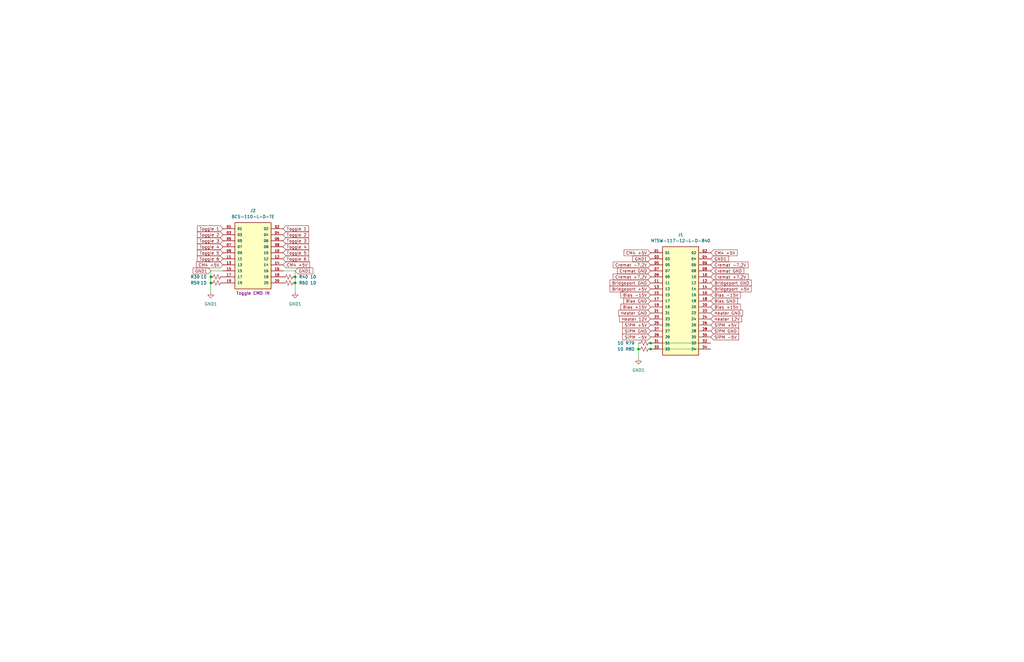
<source format=kicad_sch>
(kicad_sch
	(version 20250114)
	(generator "eeschema")
	(generator_version "9.0")
	(uuid "d013fb19-5d77-46c0-a784-7b14e5402459")
	(paper "B")
	(title_block
		(title "IMPISH POWER SUPPLY TOGGLES BOARD")
		(rev "-")
		(company "SOUTHWEST RESEARCH INSTITUTE")
	)
	(lib_symbols
		(symbol "Device:R_Small_US"
			(pin_numbers
				(hide yes)
			)
			(pin_names
				(offset 0.254)
				(hide yes)
			)
			(exclude_from_sim no)
			(in_bom yes)
			(on_board yes)
			(property "Reference" "R"
				(at 0.762 0.508 0)
				(effects
					(font
						(size 1.27 1.27)
					)
					(justify left)
				)
			)
			(property "Value" "R_Small_US"
				(at 0.762 -1.016 0)
				(effects
					(font
						(size 1.27 1.27)
					)
					(justify left)
				)
			)
			(property "Footprint" ""
				(at 0 0 0)
				(effects
					(font
						(size 1.27 1.27)
					)
					(hide yes)
				)
			)
			(property "Datasheet" "~"
				(at 0 0 0)
				(effects
					(font
						(size 1.27 1.27)
					)
					(hide yes)
				)
			)
			(property "Description" "Resistor, small US symbol"
				(at 0 0 0)
				(effects
					(font
						(size 1.27 1.27)
					)
					(hide yes)
				)
			)
			(property "ki_keywords" "r resistor"
				(at 0 0 0)
				(effects
					(font
						(size 1.27 1.27)
					)
					(hide yes)
				)
			)
			(property "ki_fp_filters" "R_*"
				(at 0 0 0)
				(effects
					(font
						(size 1.27 1.27)
					)
					(hide yes)
				)
			)
			(symbol "R_Small_US_1_1"
				(polyline
					(pts
						(xy 0 1.524) (xy 1.016 1.143) (xy 0 0.762) (xy -1.016 0.381) (xy 0 0)
					)
					(stroke
						(width 0)
						(type default)
					)
					(fill
						(type none)
					)
				)
				(polyline
					(pts
						(xy 0 0) (xy 1.016 -0.381) (xy 0 -0.762) (xy -1.016 -1.143) (xy 0 -1.524)
					)
					(stroke
						(width 0)
						(type default)
					)
					(fill
						(type none)
					)
				)
				(pin passive line
					(at 0 2.54 270)
					(length 1.016)
					(name "~"
						(effects
							(font
								(size 1.27 1.27)
							)
						)
					)
					(number "1"
						(effects
							(font
								(size 1.27 1.27)
							)
						)
					)
				)
				(pin passive line
					(at 0 -2.54 90)
					(length 1.016)
					(name "~"
						(effects
							(font
								(size 1.27 1.27)
							)
						)
					)
					(number "2"
						(effects
							(font
								(size 1.27 1.27)
							)
						)
					)
				)
			)
			(embedded_fonts no)
		)
		(symbol "IMPISH Toggles Library:BCS-110-L-D-TE"
			(pin_names
				(offset 1.016)
			)
			(exclude_from_sim no)
			(in_bom yes)
			(on_board yes)
			(property "Reference" "J"
				(at -8.12 15.24 0)
				(effects
					(font
						(size 1.27 1.27)
					)
					(justify left bottom)
				)
			)
			(property "Value" "BCS-110-L-D-TE"
				(at -7.62 -15.24 0)
				(effects
					(font
						(size 1.27 1.27)
					)
					(justify left bottom)
				)
			)
			(property "Footprint" "IMPISH Toggles Library:SAMTEC_BCS-110-L-D-TE"
				(at 0 -19.304 0)
				(effects
					(font
						(size 1.27 1.27)
					)
					(justify bottom)
					(hide yes)
				)
			)
			(property "Datasheet" ""
				(at 0 0 0)
				(effects
					(font
						(size 1.27 1.27)
					)
					(hide yes)
				)
			)
			(property "Description" ""
				(at 0 0 0)
				(effects
					(font
						(size 1.27 1.27)
					)
					(hide yes)
				)
			)
			(property "PARTREV" "R"
				(at 0 -22.606 0)
				(effects
					(font
						(size 1.27 1.27)
					)
					(justify bottom)
					(hide yes)
				)
			)
			(property "MANUFACTURER" "Samtec"
				(at 0 -20.828 0)
				(effects
					(font
						(size 1.27 1.27)
					)
					(justify bottom)
					(hide yes)
				)
			)
			(property "STANDARD" "Manufacturer Recommendations"
				(at 0 -17.526 0)
				(effects
					(font
						(size 1.27 1.27)
					)
					(justify bottom)
					(hide yes)
				)
			)
			(symbol "BCS-110-L-D-TE_0_0"
				(rectangle
					(start -7.62 -12.7)
					(end 7.62 15.24)
					(stroke
						(width 0.254)
						(type default)
					)
					(fill
						(type background)
					)
				)
				(pin passive line
					(at -12.7 12.7 0)
					(length 5.08)
					(name "01"
						(effects
							(font
								(size 1.016 1.016)
							)
						)
					)
					(number "01"
						(effects
							(font
								(size 1.016 1.016)
							)
						)
					)
				)
				(pin passive line
					(at -12.7 10.16 0)
					(length 5.08)
					(name "03"
						(effects
							(font
								(size 1.016 1.016)
							)
						)
					)
					(number "03"
						(effects
							(font
								(size 1.016 1.016)
							)
						)
					)
				)
				(pin passive line
					(at -12.7 7.62 0)
					(length 5.08)
					(name "05"
						(effects
							(font
								(size 1.016 1.016)
							)
						)
					)
					(number "05"
						(effects
							(font
								(size 1.016 1.016)
							)
						)
					)
				)
				(pin passive line
					(at -12.7 5.08 0)
					(length 5.08)
					(name "07"
						(effects
							(font
								(size 1.016 1.016)
							)
						)
					)
					(number "07"
						(effects
							(font
								(size 1.016 1.016)
							)
						)
					)
				)
				(pin passive line
					(at -12.7 2.54 0)
					(length 5.08)
					(name "09"
						(effects
							(font
								(size 1.016 1.016)
							)
						)
					)
					(number "09"
						(effects
							(font
								(size 1.016 1.016)
							)
						)
					)
				)
				(pin passive line
					(at -12.7 0 0)
					(length 5.08)
					(name "11"
						(effects
							(font
								(size 1.016 1.016)
							)
						)
					)
					(number "11"
						(effects
							(font
								(size 1.016 1.016)
							)
						)
					)
				)
				(pin passive line
					(at -12.7 -2.54 0)
					(length 5.08)
					(name "13"
						(effects
							(font
								(size 1.016 1.016)
							)
						)
					)
					(number "13"
						(effects
							(font
								(size 1.016 1.016)
							)
						)
					)
				)
				(pin passive line
					(at -12.7 -5.08 0)
					(length 5.08)
					(name "15"
						(effects
							(font
								(size 1.016 1.016)
							)
						)
					)
					(number "15"
						(effects
							(font
								(size 1.016 1.016)
							)
						)
					)
				)
				(pin passive line
					(at -12.7 -7.62 0)
					(length 5.08)
					(name "17"
						(effects
							(font
								(size 1.016 1.016)
							)
						)
					)
					(number "17"
						(effects
							(font
								(size 1.016 1.016)
							)
						)
					)
				)
				(pin passive line
					(at -12.7 -10.16 0)
					(length 5.08)
					(name "19"
						(effects
							(font
								(size 1.016 1.016)
							)
						)
					)
					(number "19"
						(effects
							(font
								(size 1.016 1.016)
							)
						)
					)
				)
				(pin passive line
					(at 12.7 12.7 180)
					(length 5.08)
					(name "02"
						(effects
							(font
								(size 1.016 1.016)
							)
						)
					)
					(number "02"
						(effects
							(font
								(size 1.016 1.016)
							)
						)
					)
				)
				(pin passive line
					(at 12.7 10.16 180)
					(length 5.08)
					(name "04"
						(effects
							(font
								(size 1.016 1.016)
							)
						)
					)
					(number "04"
						(effects
							(font
								(size 1.016 1.016)
							)
						)
					)
				)
				(pin passive line
					(at 12.7 7.62 180)
					(length 5.08)
					(name "06"
						(effects
							(font
								(size 1.016 1.016)
							)
						)
					)
					(number "06"
						(effects
							(font
								(size 1.016 1.016)
							)
						)
					)
				)
				(pin passive line
					(at 12.7 5.08 180)
					(length 5.08)
					(name "08"
						(effects
							(font
								(size 1.016 1.016)
							)
						)
					)
					(number "08"
						(effects
							(font
								(size 1.016 1.016)
							)
						)
					)
				)
				(pin passive line
					(at 12.7 2.54 180)
					(length 5.08)
					(name "10"
						(effects
							(font
								(size 1.016 1.016)
							)
						)
					)
					(number "10"
						(effects
							(font
								(size 1.016 1.016)
							)
						)
					)
				)
				(pin passive line
					(at 12.7 0 180)
					(length 5.08)
					(name "12"
						(effects
							(font
								(size 1.016 1.016)
							)
						)
					)
					(number "12"
						(effects
							(font
								(size 1.016 1.016)
							)
						)
					)
				)
				(pin passive line
					(at 12.7 -2.54 180)
					(length 5.08)
					(name "14"
						(effects
							(font
								(size 1.016 1.016)
							)
						)
					)
					(number "14"
						(effects
							(font
								(size 1.016 1.016)
							)
						)
					)
				)
				(pin passive line
					(at 12.7 -5.08 180)
					(length 5.08)
					(name "16"
						(effects
							(font
								(size 1.016 1.016)
							)
						)
					)
					(number "16"
						(effects
							(font
								(size 1.016 1.016)
							)
						)
					)
				)
				(pin passive line
					(at 12.7 -7.62 180)
					(length 5.08)
					(name "18"
						(effects
							(font
								(size 1.016 1.016)
							)
						)
					)
					(number "18"
						(effects
							(font
								(size 1.016 1.016)
							)
						)
					)
				)
				(pin passive line
					(at 12.7 -10.16 180)
					(length 5.08)
					(name "20"
						(effects
							(font
								(size 1.016 1.016)
							)
						)
					)
					(number "20"
						(effects
							(font
								(size 1.016 1.016)
							)
						)
					)
				)
			)
			(embedded_fonts no)
		)
		(symbol "IMPISH Toggles Library:MTSW-117-X-X-D-X"
			(pin_names
				(offset 1.016)
			)
			(exclude_from_sim no)
			(in_bom yes)
			(on_board yes)
			(property "Reference" "J1"
				(at 0 27.94 0)
				(effects
					(font
						(size 1.27 1.27)
					)
				)
			)
			(property "Value" "MTSW-117-12-L-D-840"
				(at 0 25.4 0)
				(effects
					(font
						(size 1.27 1.27)
					)
				)
			)
			(property "Footprint" "IMPISH Toggles Library:SAMTEC_MTSW-117-X-X-D-X"
				(at 0.254 -26.416 0)
				(effects
					(font
						(size 1.27 1.27)
					)
					(justify bottom)
					(hide yes)
				)
			)
			(property "Datasheet" ""
				(at 0 0 0)
				(effects
					(font
						(size 1.27 1.27)
					)
					(hide yes)
				)
			)
			(property "Description" ""
				(at 0 0 0)
				(effects
					(font
						(size 1.27 1.27)
					)
					(hide yes)
				)
			)
			(property "PARTREV" "A"
				(at 0 -36.068 0)
				(effects
					(font
						(size 1.27 1.27)
					)
					(justify bottom)
					(hide yes)
				)
			)
			(property "STANDARD" "Manufacturer Recommendations"
				(at 0 -32.258 0)
				(effects
					(font
						(size 1.27 1.27)
					)
					(justify bottom)
					(hide yes)
				)
			)
			(property "MANUFACTURER" "Samtec"
				(at 0 -34.036 0)
				(effects
					(font
						(size 1.27 1.27)
					)
					(justify bottom)
					(hide yes)
				)
			)
			(property "PN" "MTSW-117-12-L-D-840"
				(at 0 -28.448 0)
				(effects
					(font
						(size 1.27 1.27)
					)
					(hide yes)
				)
			)
			(property "ki_keywords" "Samtec MTSW"
				(at 0 0 0)
				(effects
					(font
						(size 1.27 1.27)
					)
					(hide yes)
				)
			)
			(symbol "MTSW-117-X-X-D-X_0_0"
				(rectangle
					(start -7.62 -22.86)
					(end 7.62 22.86)
					(stroke
						(width 0.254)
						(type default)
					)
					(fill
						(type background)
					)
				)
				(pin passive line
					(at -12.7 7.62 0)
					(length 5.08)
					(name "11"
						(effects
							(font
								(size 1.016 1.016)
							)
						)
					)
					(number "11"
						(effects
							(font
								(size 1.016 1.016)
							)
						)
					)
				)
				(pin passive line
					(at -12.7 0 0)
					(length 5.08)
					(name "17"
						(effects
							(font
								(size 1.016 1.016)
							)
						)
					)
					(number "17"
						(effects
							(font
								(size 1.016 1.016)
							)
						)
					)
				)
				(pin passive line
					(at -12.7 -5.08 0)
					(length 5.08)
					(name "21"
						(effects
							(font
								(size 1.016 1.016)
							)
						)
					)
					(number "21"
						(effects
							(font
								(size 1.016 1.016)
							)
						)
					)
				)
				(pin passive line
					(at -12.7 -12.7 0)
					(length 5.08)
					(name "27"
						(effects
							(font
								(size 1.016 1.016)
							)
						)
					)
					(number "27"
						(effects
							(font
								(size 1.016 1.016)
							)
						)
					)
				)
				(pin passive line
					(at -12.7 -17.78 0)
					(length 5.08)
					(name "31"
						(effects
							(font
								(size 1.016 1.016)
							)
						)
					)
					(number "31"
						(effects
							(font
								(size 1.016 1.016)
							)
						)
					)
				)
				(pin passive line
					(at -12.7 -20.32 0)
					(length 5.08)
					(name "33"
						(effects
							(font
								(size 1.016 1.016)
							)
						)
					)
					(number "33"
						(effects
							(font
								(size 1.016 1.016)
							)
						)
					)
				)
				(pin passive line
					(at 12.7 20.32 180)
					(length 5.08)
					(name "02"
						(effects
							(font
								(size 1.016 1.016)
							)
						)
					)
					(number "02"
						(effects
							(font
								(size 1.016 1.016)
							)
						)
					)
				)
				(pin passive line
					(at 12.7 17.78 180)
					(length 5.08)
					(name "04"
						(effects
							(font
								(size 1.016 1.016)
							)
						)
					)
					(number "04"
						(effects
							(font
								(size 1.016 1.016)
							)
						)
					)
				)
				(pin passive line
					(at 12.7 15.24 180)
					(length 5.08)
					(name "06"
						(effects
							(font
								(size 1.016 1.016)
							)
						)
					)
					(number "06"
						(effects
							(font
								(size 1.016 1.016)
							)
						)
					)
				)
				(pin passive line
					(at 12.7 12.7 180)
					(length 5.08)
					(name "08"
						(effects
							(font
								(size 1.016 1.016)
							)
						)
					)
					(number "08"
						(effects
							(font
								(size 1.016 1.016)
							)
						)
					)
				)
				(pin passive line
					(at 12.7 10.16 180)
					(length 5.08)
					(name "10"
						(effects
							(font
								(size 1.016 1.016)
							)
						)
					)
					(number "10"
						(effects
							(font
								(size 1.016 1.016)
							)
						)
					)
				)
				(pin passive line
					(at 12.7 7.62 180)
					(length 5.08)
					(name "12"
						(effects
							(font
								(size 1.016 1.016)
							)
						)
					)
					(number "12"
						(effects
							(font
								(size 1.016 1.016)
							)
						)
					)
				)
				(pin passive line
					(at 12.7 5.08 180)
					(length 5.08)
					(name "14"
						(effects
							(font
								(size 1.016 1.016)
							)
						)
					)
					(number "14"
						(effects
							(font
								(size 1.016 1.016)
							)
						)
					)
				)
				(pin passive line
					(at 12.7 2.54 180)
					(length 5.08)
					(name "16"
						(effects
							(font
								(size 1.016 1.016)
							)
						)
					)
					(number "16"
						(effects
							(font
								(size 1.016 1.016)
							)
						)
					)
				)
				(pin passive line
					(at 12.7 0 180)
					(length 5.08)
					(name "18"
						(effects
							(font
								(size 1.016 1.016)
							)
						)
					)
					(number "18"
						(effects
							(font
								(size 1.016 1.016)
							)
						)
					)
				)
				(pin passive line
					(at 12.7 -2.54 180)
					(length 5.08)
					(name "20"
						(effects
							(font
								(size 1.016 1.016)
							)
						)
					)
					(number "20"
						(effects
							(font
								(size 1.016 1.016)
							)
						)
					)
				)
				(pin passive line
					(at 12.7 -5.08 180)
					(length 5.08)
					(name "22"
						(effects
							(font
								(size 1.016 1.016)
							)
						)
					)
					(number "22"
						(effects
							(font
								(size 1.016 1.016)
							)
						)
					)
				)
				(pin passive line
					(at 12.7 -7.62 180)
					(length 5.08)
					(name "24"
						(effects
							(font
								(size 1.016 1.016)
							)
						)
					)
					(number "24"
						(effects
							(font
								(size 1.016 1.016)
							)
						)
					)
				)
				(pin passive line
					(at 12.7 -12.7 180)
					(length 5.08)
					(name "28"
						(effects
							(font
								(size 1.016 1.016)
							)
						)
					)
					(number "28"
						(effects
							(font
								(size 1.016 1.016)
							)
						)
					)
				)
				(pin passive line
					(at 12.7 -15.24 180)
					(length 5.08)
					(name "30"
						(effects
							(font
								(size 1.016 1.016)
							)
						)
					)
					(number "30"
						(effects
							(font
								(size 1.016 1.016)
							)
						)
					)
				)
				(pin passive line
					(at 12.7 -17.78 180)
					(length 5.08)
					(name "32"
						(effects
							(font
								(size 1.016 1.016)
							)
						)
					)
					(number "32"
						(effects
							(font
								(size 1.016 1.016)
							)
						)
					)
				)
				(pin passive line
					(at 12.7 -20.32 180)
					(length 5.08)
					(name "34"
						(effects
							(font
								(size 1.016 1.016)
							)
						)
					)
					(number "34"
						(effects
							(font
								(size 1.016 1.016)
							)
						)
					)
				)
			)
			(symbol "MTSW-117-X-X-D-X_1_0"
				(pin power_out line
					(at -12.7 20.32 0)
					(length 5.08)
					(name "01"
						(effects
							(font
								(size 1.016 1.016)
							)
						)
					)
					(number "01"
						(effects
							(font
								(size 1.016 1.016)
							)
						)
					)
				)
				(pin power_out line
					(at -12.7 17.78 0)
					(length 5.08)
					(name "03"
						(effects
							(font
								(size 1.016 1.016)
							)
						)
					)
					(number "03"
						(effects
							(font
								(size 1.016 1.016)
							)
						)
					)
				)
				(pin power_out line
					(at -12.7 15.24 0)
					(length 5.08)
					(name "05"
						(effects
							(font
								(size 1.016 1.016)
							)
						)
					)
					(number "05"
						(effects
							(font
								(size 1.016 1.016)
							)
						)
					)
				)
				(pin passive line
					(at -12.7 12.7 0)
					(length 5.08)
					(name "07"
						(effects
							(font
								(size 1.016 1.016)
							)
						)
					)
					(number "07"
						(effects
							(font
								(size 1.016 1.016)
							)
						)
					)
				)
				(pin power_out line
					(at -12.7 10.16 0)
					(length 5.08)
					(name "09"
						(effects
							(font
								(size 1.016 1.016)
							)
						)
					)
					(number "09"
						(effects
							(font
								(size 1.016 1.016)
							)
						)
					)
				)
				(pin power_out line
					(at -12.7 5.08 0)
					(length 5.08)
					(name "13"
						(effects
							(font
								(size 1.016 1.016)
							)
						)
					)
					(number "13"
						(effects
							(font
								(size 1.016 1.016)
							)
						)
					)
				)
				(pin power_out line
					(at -12.7 2.54 0)
					(length 5.08)
					(name "15"
						(effects
							(font
								(size 1.016 1.016)
							)
						)
					)
					(number "15"
						(effects
							(font
								(size 1.016 1.016)
							)
						)
					)
				)
				(pin power_out line
					(at -12.7 -2.54 0)
					(length 5.08)
					(name "19"
						(effects
							(font
								(size 1.016 1.016)
							)
						)
					)
					(number "19"
						(effects
							(font
								(size 1.016 1.016)
							)
						)
					)
				)
				(pin power_out line
					(at -12.7 -7.62 0)
					(length 5.08)
					(name "23"
						(effects
							(font
								(size 1.016 1.016)
							)
						)
					)
					(number "23"
						(effects
							(font
								(size 1.016 1.016)
							)
						)
					)
				)
				(pin power_out line
					(at -12.7 -10.16 0)
					(length 5.08)
					(name "25"
						(effects
							(font
								(size 1.016 1.016)
							)
						)
					)
					(number "25"
						(effects
							(font
								(size 1.016 1.016)
							)
						)
					)
				)
				(pin power_out line
					(at -12.7 -15.24 0)
					(length 5.08)
					(name "29"
						(effects
							(font
								(size 1.016 1.016)
							)
						)
					)
					(number "29"
						(effects
							(font
								(size 1.016 1.016)
							)
						)
					)
				)
				(pin passive line
					(at 12.7 -10.16 180)
					(length 5.08)
					(name "26"
						(effects
							(font
								(size 1.016 1.016)
							)
						)
					)
					(number "26"
						(effects
							(font
								(size 1.016 1.016)
							)
						)
					)
				)
			)
			(embedded_fonts no)
		)
		(symbol "power:GND1"
			(power)
			(pin_numbers
				(hide yes)
			)
			(pin_names
				(offset 0)
				(hide yes)
			)
			(exclude_from_sim no)
			(in_bom yes)
			(on_board yes)
			(property "Reference" "#PWR"
				(at 0 -6.35 0)
				(effects
					(font
						(size 1.27 1.27)
					)
					(hide yes)
				)
			)
			(property "Value" "GND1"
				(at 0 -3.81 0)
				(effects
					(font
						(size 1.27 1.27)
					)
				)
			)
			(property "Footprint" ""
				(at 0 0 0)
				(effects
					(font
						(size 1.27 1.27)
					)
					(hide yes)
				)
			)
			(property "Datasheet" ""
				(at 0 0 0)
				(effects
					(font
						(size 1.27 1.27)
					)
					(hide yes)
				)
			)
			(property "Description" "Power symbol creates a global label with name \"GND1\" , ground"
				(at 0 0 0)
				(effects
					(font
						(size 1.27 1.27)
					)
					(hide yes)
				)
			)
			(property "ki_keywords" "global power"
				(at 0 0 0)
				(effects
					(font
						(size 1.27 1.27)
					)
					(hide yes)
				)
			)
			(symbol "GND1_0_1"
				(polyline
					(pts
						(xy 0 0) (xy 0 -1.27) (xy 1.27 -1.27) (xy 0 -2.54) (xy -1.27 -1.27) (xy 0 -1.27)
					)
					(stroke
						(width 0)
						(type default)
					)
					(fill
						(type none)
					)
				)
			)
			(symbol "GND1_1_1"
				(pin power_in line
					(at 0 0 270)
					(length 0)
					(name "~"
						(effects
							(font
								(size 1.27 1.27)
							)
						)
					)
					(number "1"
						(effects
							(font
								(size 1.27 1.27)
							)
						)
					)
				)
			)
			(embedded_fonts no)
		)
	)
	(junction
		(at 88.9 116.84)
		(diameter 0)
		(color 0 0 0 0)
		(uuid "2c43f4c0-bf46-46d7-b9c9-ea523aa36e00")
	)
	(junction
		(at 124.46 119.38)
		(diameter 0)
		(color 0 0 0 0)
		(uuid "8049cf96-b641-4bf5-a1b2-f322f12d4e57")
	)
	(junction
		(at 88.9 119.38)
		(diameter 0)
		(color 0 0 0 0)
		(uuid "98ef912a-7c5f-48e7-b804-a43a01412856")
	)
	(junction
		(at 124.46 116.84)
		(diameter 0)
		(color 0 0 0 0)
		(uuid "ccf60a3c-6c0f-4307-b250-196e65b3c43f")
	)
	(junction
		(at 269.24 147.32)
		(diameter 0)
		(color 0 0 0 0)
		(uuid "d41b927f-fc95-427a-9380-9d3eb1e6290d")
	)
	(junction
		(at 274.32 144.78)
		(diameter 0)
		(color 0 0 0 0)
		(uuid "d7d1cdaf-92d7-48d7-be8b-e7c058a12564")
	)
	(junction
		(at 274.32 147.32)
		(diameter 0)
		(color 0 0 0 0)
		(uuid "fd89e4b0-3753-44f9-a474-e30aaf9262da")
	)
	(wire
		(pts
			(xy 119.38 114.3) (xy 124.46 114.3)
		)
		(stroke
			(width 0)
			(type default)
		)
		(uuid "3140210a-2c62-4f32-8e06-8d2a11ec11c8")
	)
	(wire
		(pts
			(xy 88.9 114.3) (xy 88.9 116.84)
		)
		(stroke
			(width 0)
			(type default)
		)
		(uuid "363d24b4-ef77-401a-b3f6-18de1888bf5a")
	)
	(wire
		(pts
			(xy 269.24 144.78) (xy 269.24 147.32)
		)
		(stroke
			(width 0)
			(type default)
		)
		(uuid "3a351135-6d36-42af-aa31-03dae422e8ac")
	)
	(wire
		(pts
			(xy 88.9 114.3) (xy 93.98 114.3)
		)
		(stroke
			(width 0)
			(type default)
		)
		(uuid "4348b494-b7dc-4c28-b921-f9d85c8451d6")
	)
	(wire
		(pts
			(xy 274.32 147.32) (xy 299.72 147.32)
		)
		(stroke
			(width 0)
			(type default)
		)
		(uuid "7148de1b-2bca-4ea4-a55f-09795a2e467a")
	)
	(wire
		(pts
			(xy 269.24 147.32) (xy 269.24 151.13)
		)
		(stroke
			(width 0)
			(type default)
		)
		(uuid "8f8ce488-9a24-410e-bdc6-ff0d759ac8af")
	)
	(wire
		(pts
			(xy 124.46 119.38) (xy 124.46 123.19)
		)
		(stroke
			(width 0)
			(type default)
		)
		(uuid "a9b94ebd-1490-418c-997c-47d7e06a7f0a")
	)
	(wire
		(pts
			(xy 274.32 144.78) (xy 299.72 144.78)
		)
		(stroke
			(width 0)
			(type default)
		)
		(uuid "d7f9675d-b1dd-492d-a2eb-838732de5348")
	)
	(wire
		(pts
			(xy 124.46 116.84) (xy 124.46 119.38)
		)
		(stroke
			(width 0)
			(type default)
		)
		(uuid "defb508a-0f8d-43ae-b42f-ab38478c355a")
	)
	(wire
		(pts
			(xy 124.46 114.3) (xy 124.46 116.84)
		)
		(stroke
			(width 0)
			(type default)
		)
		(uuid "e037d0d4-504a-4c77-ab32-9563628c0a42")
	)
	(wire
		(pts
			(xy 88.9 116.84) (xy 88.9 119.38)
		)
		(stroke
			(width 0)
			(type default)
		)
		(uuid "ec57e60a-606c-4d87-94c1-26691ac82c3b")
	)
	(wire
		(pts
			(xy 88.9 119.38) (xy 88.9 123.19)
		)
		(stroke
			(width 0)
			(type default)
		)
		(uuid "ee4212a0-83a8-469b-bbfa-3b4ce5928eea")
	)
	(global_label "GND1"
		(shape input)
		(at 124.46 114.3 0)
		(fields_autoplaced yes)
		(effects
			(font
				(size 1.27 1.27)
			)
			(justify left)
		)
		(uuid "00201cf7-a666-4bcb-8034-083944290e24")
		(property "Intersheetrefs" "${INTERSHEET_REFS}"
			(at 131.9599 114.3 0)
			(effects
				(font
					(size 1.27 1.27)
				)
				(justify left)
				(hide yes)
			)
		)
	)
	(global_label "Toggle 5"
		(shape input)
		(at 93.98 106.68 180)
		(fields_autoplaced yes)
		(effects
			(font
				(size 1.27 1.27)
			)
			(justify right)
		)
		(uuid "0868ff9e-049c-442d-8106-91d353927016")
		(property "Intersheetrefs" "${INTERSHEET_REFS}"
			(at 84.975 106.68 0)
			(effects
				(font
					(size 1.27 1.27)
				)
				(justify right)
				(hide yes)
			)
		)
	)
	(global_label "SiPM -5V"
		(shape input)
		(at 274.32 142.24 180)
		(fields_autoplaced yes)
		(effects
			(font
				(size 1.27 1.27)
			)
			(justify right)
		)
		(uuid "0c144a02-db7a-4d94-ac26-f0d0d795de4f")
		(property "Intersheetrefs" "${INTERSHEET_REFS}"
			(at 264.3001 142.24 0)
			(effects
				(font
					(size 1.27 1.27)
				)
				(justify right)
				(hide yes)
			)
		)
	)
	(global_label "Heater GND"
		(shape input)
		(at 299.72 132.08 0)
		(fields_autoplaced yes)
		(effects
			(font
				(size 1.27 1.27)
			)
			(justify left)
		)
		(uuid "1430a8de-f90a-435f-a67f-8f082955b46a")
		(property "Intersheetrefs" "${INTERSHEET_REFS}"
			(at 311.5117 132.08 0)
			(effects
				(font
					(size 1.27 1.27)
				)
				(justify left)
				(hide yes)
			)
		)
	)
	(global_label "Heater 12V"
		(shape input)
		(at 274.32 134.62 180)
		(fields_autoplaced yes)
		(effects
			(font
				(size 1.27 1.27)
			)
			(justify right)
		)
		(uuid "14ce7d35-1f2d-469c-8eed-9cb0ef60b44d")
		(property "Intersheetrefs" "${INTERSHEET_REFS}"
			(at 263.3174 134.62 0)
			(effects
				(font
					(size 1.27 1.27)
				)
				(justify right)
				(hide yes)
			)
		)
	)
	(global_label "GND1"
		(shape input)
		(at 299.72 109.22 0)
		(fields_autoplaced yes)
		(effects
			(font
				(size 1.27 1.27)
			)
			(justify left)
		)
		(uuid "174adf15-a6ad-474c-859c-251872bee92f")
		(property "Intersheetrefs" "${INTERSHEET_REFS}"
			(at 307.2199 109.22 0)
			(effects
				(font
					(size 1.27 1.27)
				)
				(justify left)
				(hide yes)
			)
		)
	)
	(global_label "SiPM +5V"
		(shape input)
		(at 274.32 137.16 180)
		(fields_autoplaced yes)
		(effects
			(font
				(size 1.27 1.27)
			)
			(justify right)
		)
		(uuid "1b050523-fe1d-45d8-b7d4-b778c018b4d4")
		(property "Intersheetrefs" "SiPM +5V"
			(at 263.8894 137.16 0)
			(effects
				(font
					(size 1.27 1.27)
				)
				(justify right)
				(hide yes)
			)
		)
	)
	(global_label "SiPM -5V"
		(shape input)
		(at 299.72 142.24 0)
		(fields_autoplaced yes)
		(effects
			(font
				(size 1.27 1.27)
			)
			(justify left)
		)
		(uuid "1b0cd287-d897-4db2-85ba-d71b721f7d4b")
		(property "Intersheetrefs" "${INTERSHEET_REFS}"
			(at 309.7399 142.24 0)
			(effects
				(font
					(size 1.27 1.27)
				)
				(justify left)
				(hide yes)
			)
		)
	)
	(global_label "Bridgeport +5V"
		(shape input)
		(at 299.72 121.92 0)
		(fields_autoplaced yes)
		(effects
			(font
				(size 1.27 1.27)
			)
			(justify left)
		)
		(uuid "1dc81333-8470-4df7-9135-0bcc31854d0b")
		(property "Intersheetrefs" "${INTERSHEET_REFS}"
			(at 313.7997 121.92 0)
			(effects
				(font
					(size 1.27 1.27)
				)
				(justify left)
				(hide yes)
			)
		)
	)
	(global_label "Bias -15V"
		(shape input)
		(at 274.32 124.46 180)
		(fields_autoplaced yes)
		(effects
			(font
				(size 1.27 1.27)
			)
			(justify right)
		)
		(uuid "25d7e472-134d-4a18-9d55-a327f247d14b")
		(property "Intersheetrefs" "${INTERSHEET_REFS}"
			(at 264.3026 124.46 0)
			(effects
				(font
					(size 1.27 1.27)
				)
				(justify right)
				(hide yes)
			)
		)
	)
	(global_label "GND1"
		(shape input)
		(at 274.32 109.22 180)
		(fields_autoplaced yes)
		(effects
			(font
				(size 1.27 1.27)
			)
			(justify right)
		)
		(uuid "264e13b7-5df3-4c86-9488-1fc552a9195b")
		(property "Intersheetrefs" "${INTERSHEET_REFS}"
			(at 266.8201 109.22 0)
			(effects
				(font
					(size 1.27 1.27)
				)
				(justify right)
				(hide yes)
			)
		)
	)
	(global_label "Toggle 2"
		(shape input)
		(at 93.98 99.06 180)
		(fields_autoplaced yes)
		(effects
			(font
				(size 1.27 1.27)
			)
			(justify right)
		)
		(uuid "41b9fd94-9098-46a3-82ea-1ce27f7ff2f0")
		(property "Intersheetrefs" "${INTERSHEET_REFS}"
			(at 84.975 99.06 0)
			(effects
				(font
					(size 1.27 1.27)
				)
				(justify right)
				(hide yes)
			)
		)
	)
	(global_label "CM4 +5V"
		(shape input)
		(at 93.98 111.76 180)
		(fields_autoplaced yes)
		(effects
			(font
				(size 1.27 1.27)
			)
			(justify right)
		)
		(uuid "56927669-1ff7-4296-a8d3-9bbb10a91062")
		(property "Intersheetrefs" "${INTERSHEET_REFS}"
			(at 83.9452 111.76 0)
			(effects
				(font
					(size 1.27 1.27)
				)
				(justify right)
				(hide yes)
			)
		)
	)
	(global_label "Toggle 3"
		(shape input)
		(at 119.38 101.6 0)
		(fields_autoplaced yes)
		(effects
			(font
				(size 1.27 1.27)
			)
			(justify left)
		)
		(uuid "5a09ffed-d7a8-426a-88a3-c0a2b825bcd5")
		(property "Intersheetrefs" "${INTERSHEET_REFS}"
			(at 128.385 101.6 0)
			(effects
				(font
					(size 1.27 1.27)
				)
				(justify left)
				(hide yes)
			)
		)
	)
	(global_label "Cremat +7.2V"
		(shape input)
		(at 274.32 116.84 180)
		(fields_autoplaced yes)
		(effects
			(font
				(size 1.27 1.27)
			)
			(justify right)
		)
		(uuid "60d70c90-a07f-4e90-b3e3-41f46b73383f")
		(property "Intersheetrefs" "${INTERSHEET_REFS}"
			(at 261.3756 116.84 0)
			(effects
				(font
					(size 1.27 1.27)
				)
				(justify right)
				(hide yes)
			)
		)
	)
	(global_label "Toggle 4"
		(shape input)
		(at 93.98 104.14 180)
		(fields_autoplaced yes)
		(effects
			(font
				(size 1.27 1.27)
			)
			(justify right)
		)
		(uuid "64137892-3b5e-4446-94f0-51e3a36e7b8b")
		(property "Intersheetrefs" "${INTERSHEET_REFS}"
			(at 84.975 104.14 0)
			(effects
				(font
					(size 1.27 1.27)
				)
				(justify right)
				(hide yes)
			)
		)
	)
	(global_label "Bias +15V"
		(shape input)
		(at 274.32 129.54 180)
		(fields_autoplaced yes)
		(effects
			(font
				(size 1.27 1.27)
			)
			(justify right)
		)
		(uuid "659bbcf4-46cf-4f62-87ab-9f38dcf2d3f4")
		(property "Intersheetrefs" "${INTERSHEET_REFS}"
			(at 263.8919 129.54 0)
			(effects
				(font
					(size 1.27 1.27)
				)
				(justify right)
				(hide yes)
			)
		)
	)
	(global_label "CM4 +5V"
		(shape input)
		(at 274.32 106.68 180)
		(fields_autoplaced yes)
		(effects
			(font
				(size 1.27 1.27)
			)
			(justify right)
		)
		(uuid "6f2c20f5-0a56-4269-8f52-60ef891bb61a")
		(property "Intersheetrefs" "${INTERSHEET_REFS}"
			(at 264.2852 106.68 0)
			(effects
				(font
					(size 1.27 1.27)
				)
				(justify right)
				(hide yes)
			)
		)
	)
	(global_label "Bridgeport +5V"
		(shape input)
		(at 274.32 121.92 180)
		(fields_autoplaced yes)
		(effects
			(font
				(size 1.27 1.27)
			)
			(justify right)
		)
		(uuid "74e28bf8-dde9-468a-b922-ce13bf3b3b00")
		(property "Intersheetrefs" "${INTERSHEET_REFS}"
			(at 260.2403 121.92 0)
			(effects
				(font
					(size 1.27 1.27)
				)
				(justify right)
				(hide yes)
			)
		)
	)
	(global_label "SiPM GND"
		(shape input)
		(at 274.32 139.7 180)
		(fields_autoplaced yes)
		(effects
			(font
				(size 1.27 1.27)
			)
			(justify right)
		)
		(uuid "7746d924-56ea-46d1-8233-0d3b4dace4e7")
		(property "Intersheetrefs" "${INTERSHEET_REFS}"
			(at 263.2144 139.7 0)
			(effects
				(font
					(size 1.27 1.27)
				)
				(justify right)
				(hide yes)
			)
		)
	)
	(global_label "SiPM GND"
		(shape input)
		(at 299.72 139.7 0)
		(fields_autoplaced yes)
		(effects
			(font
				(size 1.27 1.27)
			)
			(justify left)
		)
		(uuid "78450a53-fda8-4b9d-9e7b-6bd735e06572")
		(property "Intersheetrefs" "${INTERSHEET_REFS}"
			(at 310.8256 139.7 0)
			(effects
				(font
					(size 1.27 1.27)
				)
				(justify left)
				(hide yes)
			)
		)
	)
	(global_label "GND1"
		(shape input)
		(at 88.9 114.3 180)
		(fields_autoplaced yes)
		(effects
			(font
				(size 1.27 1.27)
			)
			(justify right)
		)
		(uuid "7a219de9-f7db-43a4-9913-0ae9a5d66a5c")
		(property "Intersheetrefs" "${INTERSHEET_REFS}"
			(at 81.4001 114.3 0)
			(effects
				(font
					(size 1.27 1.27)
				)
				(justify right)
				(hide yes)
			)
		)
	)
	(global_label "Toggle 6"
		(shape input)
		(at 93.98 109.22 180)
		(fields_autoplaced yes)
		(effects
			(font
				(size 1.27 1.27)
			)
			(justify right)
		)
		(uuid "7a269d4c-cf2b-4762-9f5d-7bc620b1a245")
		(property "Intersheetrefs" "${INTERSHEET_REFS}"
			(at 84.975 109.22 0)
			(effects
				(font
					(size 1.27 1.27)
				)
				(justify right)
				(hide yes)
			)
		)
	)
	(global_label "Toggle 2"
		(shape input)
		(at 119.38 99.06 0)
		(fields_autoplaced yes)
		(effects
			(font
				(size 1.27 1.27)
			)
			(justify left)
		)
		(uuid "8736de88-189d-4148-998a-8d3dfebd85c1")
		(property "Intersheetrefs" "${INTERSHEET_REFS}"
			(at 128.385 99.06 0)
			(effects
				(font
					(size 1.27 1.27)
				)
				(justify left)
				(hide yes)
			)
		)
	)
	(global_label "Cremat +7.2V"
		(shape input)
		(at 299.72 116.84 0)
		(fields_autoplaced yes)
		(effects
			(font
				(size 1.27 1.27)
			)
			(justify left)
		)
		(uuid "8836717c-aee4-4e8a-9b55-ddf4d2f86a64")
		(property "Intersheetrefs" "${INTERSHEET_REFS}"
			(at 312.6644 116.84 0)
			(effects
				(font
					(size 1.27 1.27)
				)
				(justify left)
				(hide yes)
			)
		)
	)
	(global_label "Bridgeport GND"
		(shape input)
		(at 274.32 119.38 180)
		(fields_autoplaced yes)
		(effects
			(font
				(size 1.27 1.27)
			)
			(justify right)
		)
		(uuid "890ea093-57d3-4bf0-87b3-90cbd68b017a")
		(property "Intersheetrefs" "${INTERSHEET_REFS}"
			(at 259.5654 119.38 0)
			(effects
				(font
					(size 1.27 1.27)
				)
				(justify right)
				(hide yes)
			)
		)
	)
	(global_label "Toggle 1"
		(shape input)
		(at 119.38 96.52 0)
		(fields_autoplaced yes)
		(effects
			(font
				(size 1.27 1.27)
			)
			(justify left)
		)
		(uuid "938479e3-145c-4f21-b21e-c3ed88c4f771")
		(property "Intersheetrefs" "${INTERSHEET_REFS}"
			(at 128.385 96.52 0)
			(effects
				(font
					(size 1.27 1.27)
				)
				(justify left)
				(hide yes)
			)
		)
	)
	(global_label "Toggle 1"
		(shape input)
		(at 93.98 96.52 180)
		(fields_autoplaced yes)
		(effects
			(font
				(size 1.27 1.27)
			)
			(justify right)
		)
		(uuid "9e2a7da8-5604-46c0-b169-e33e5c57e9bc")
		(property "Intersheetrefs" "${INTERSHEET_REFS}"
			(at 84.975 96.52 0)
			(effects
				(font
					(size 1.27 1.27)
				)
				(justify right)
				(hide yes)
			)
		)
	)
	(global_label "Heater GND"
		(shape input)
		(at 274.32 132.08 180)
		(fields_autoplaced yes)
		(effects
			(font
				(size 1.27 1.27)
			)
			(justify right)
		)
		(uuid "a10d78d5-802b-4bbf-87d7-43ae48d486e7")
		(property "Intersheetrefs" "${INTERSHEET_REFS}"
			(at 262.5283 132.08 0)
			(effects
				(font
					(size 1.27 1.27)
				)
				(justify right)
				(hide yes)
			)
		)
	)
	(global_label "Bias GND"
		(shape input)
		(at 274.32 127 180)
		(fields_autoplaced yes)
		(effects
			(font
				(size 1.27 1.27)
			)
			(justify right)
		)
		(uuid "a59e225b-d5b0-4eea-92c8-70c81dcf6873")
		(property "Intersheetrefs" "${INTERSHEET_REFS}"
			(at 264.1053 127 0)
			(effects
				(font
					(size 1.27 1.27)
				)
				(justify right)
				(hide yes)
			)
		)
	)
	(global_label "Heater 12V"
		(shape input)
		(at 299.72 134.62 0)
		(fields_autoplaced yes)
		(effects
			(font
				(size 1.27 1.27)
			)
			(justify left)
		)
		(uuid "a8eb6a31-5e79-40ff-a163-9290f846234e")
		(property "Intersheetrefs" "${INTERSHEET_REFS}"
			(at 310.7226 134.62 0)
			(effects
				(font
					(size 1.27 1.27)
				)
				(justify left)
				(hide yes)
			)
		)
	)
	(global_label "Cremat -7.2V"
		(shape input)
		(at 299.72 111.76 0)
		(fields_autoplaced yes)
		(effects
			(font
				(size 1.27 1.27)
			)
			(justify left)
		)
		(uuid "ad15eb9a-8278-43bd-afa5-cf0786062b7c")
		(property "Intersheetrefs" "${INTERSHEET_REFS}"
			(at 312.2537 111.76 0)
			(effects
				(font
					(size 1.27 1.27)
				)
				(justify left)
				(hide yes)
			)
		)
	)
	(global_label "Cremat GND"
		(shape input)
		(at 299.72 114.3 0)
		(fields_autoplaced yes)
		(effects
			(font
				(size 1.27 1.27)
			)
			(justify left)
		)
		(uuid "adc0ed50-c3c3-4a7a-b877-44721a887d86")
		(property "Intersheetrefs" "${INTERSHEET_REFS}"
			(at 312.0068 114.3 0)
			(effects
				(font
					(size 1.27 1.27)
				)
				(justify left)
				(hide yes)
			)
		)
	)
	(global_label "CM4 +5V"
		(shape input)
		(at 119.38 111.76 0)
		(fields_autoplaced yes)
		(effects
			(font
				(size 1.27 1.27)
			)
			(justify left)
		)
		(uuid "c45858c2-61a5-44ea-b07b-c8281dd3e601")
		(property "Intersheetrefs" "${INTERSHEET_REFS}"
			(at 129.4148 111.76 0)
			(effects
				(font
					(size 1.27 1.27)
				)
				(justify left)
				(hide yes)
			)
		)
	)
	(global_label "Toggle 5"
		(shape input)
		(at 119.38 106.68 0)
		(fields_autoplaced yes)
		(effects
			(font
				(size 1.27 1.27)
			)
			(justify left)
		)
		(uuid "c5488135-695e-43bb-a46d-8cef07b75f9d")
		(property "Intersheetrefs" "${INTERSHEET_REFS}"
			(at 128.385 106.68 0)
			(effects
				(font
					(size 1.27 1.27)
				)
				(justify left)
				(hide yes)
			)
		)
	)
	(global_label "Cremat GND"
		(shape input)
		(at 274.32 114.3 180)
		(fields_autoplaced yes)
		(effects
			(font
				(size 1.27 1.27)
			)
			(justify right)
		)
		(uuid "cd8b2d40-e78b-4781-aabc-0167d6cbdabf")
		(property "Intersheetrefs" "${INTERSHEET_REFS}"
			(at 262.0332 114.3 0)
			(effects
				(font
					(size 1.27 1.27)
				)
				(justify right)
				(hide yes)
			)
		)
	)
	(global_label "Toggle 6"
		(shape input)
		(at 119.38 109.22 0)
		(fields_autoplaced yes)
		(effects
			(font
				(size 1.27 1.27)
			)
			(justify left)
		)
		(uuid "d3ef6637-0847-4e78-b928-059eaf589f22")
		(property "Intersheetrefs" "${INTERSHEET_REFS}"
			(at 128.385 109.22 0)
			(effects
				(font
					(size 1.27 1.27)
				)
				(justify left)
				(hide yes)
			)
		)
	)
	(global_label "Bias -15V"
		(shape input)
		(at 299.72 124.46 0)
		(fields_autoplaced yes)
		(effects
			(font
				(size 1.27 1.27)
			)
			(justify left)
		)
		(uuid "e580e2e0-cf10-4fc2-af97-7562b85e224f")
		(property "Intersheetrefs" "${INTERSHEET_REFS}"
			(at 309.7374 124.46 0)
			(effects
				(font
					(size 1.27 1.27)
				)
				(justify left)
				(hide yes)
			)
		)
	)
	(global_label "SiPM +5V"
		(shape input)
		(at 299.72 137.16 0)
		(fields_autoplaced yes)
		(effects
			(font
				(size 1.27 1.27)
			)
			(justify left)
		)
		(uuid "e9af1fc8-b8e0-4d8a-a522-5c65a6aaf468")
		(property "Intersheetrefs" "SiPM +5V"
			(at 310.1506 137.16 0)
			(effects
				(font
					(size 1.27 1.27)
				)
				(justify left)
				(hide yes)
			)
		)
	)
	(global_label "Cremat -7.2V"
		(shape input)
		(at 274.32 111.76 180)
		(fields_autoplaced yes)
		(effects
			(font
				(size 1.27 1.27)
			)
			(justify right)
		)
		(uuid "eb4859ca-3c9d-4701-a8d7-90eb5b35e8ca")
		(property "Intersheetrefs" "${INTERSHEET_REFS}"
			(at 261.7863 111.76 0)
			(effects
				(font
					(size 1.27 1.27)
				)
				(justify right)
				(hide yes)
			)
		)
	)
	(global_label "Bias GND"
		(shape input)
		(at 299.72 127 0)
		(fields_autoplaced yes)
		(effects
			(font
				(size 1.27 1.27)
			)
			(justify left)
		)
		(uuid "ee89ccca-f0fb-44ec-9df5-af536815744f")
		(property "Intersheetrefs" "${INTERSHEET_REFS}"
			(at 309.9347 127 0)
			(effects
				(font
					(size 1.27 1.27)
				)
				(justify left)
				(hide yes)
			)
		)
	)
	(global_label "Toggle 4"
		(shape input)
		(at 119.38 104.14 0)
		(fields_autoplaced yes)
		(effects
			(font
				(size 1.27 1.27)
			)
			(justify left)
		)
		(uuid "f2e0cb3f-3ab9-463e-a367-567ef0dfecb5")
		(property "Intersheetrefs" "${INTERSHEET_REFS}"
			(at 128.385 104.14 0)
			(effects
				(font
					(size 1.27 1.27)
				)
				(justify left)
				(hide yes)
			)
		)
	)
	(global_label "Bias +15V"
		(shape input)
		(at 299.72 129.54 0)
		(fields_autoplaced yes)
		(effects
			(font
				(size 1.27 1.27)
			)
			(justify left)
		)
		(uuid "f41d191a-f7ae-497d-b2f5-cbde4c39d868")
		(property "Intersheetrefs" "${INTERSHEET_REFS}"
			(at 310.1481 129.54 0)
			(effects
				(font
					(size 1.27 1.27)
				)
				(justify left)
				(hide yes)
			)
		)
	)
	(global_label "CM4 +5V"
		(shape input)
		(at 299.72 106.68 0)
		(fields_autoplaced yes)
		(effects
			(font
				(size 1.27 1.27)
			)
			(justify left)
		)
		(uuid "f73c6650-0034-4226-8a3c-4f2018ccea40")
		(property "Intersheetrefs" "${INTERSHEET_REFS}"
			(at 309.7548 106.68 0)
			(effects
				(font
					(size 1.27 1.27)
				)
				(justify left)
				(hide yes)
			)
		)
	)
	(global_label "Toggle 3"
		(shape input)
		(at 93.98 101.6 180)
		(fields_autoplaced yes)
		(effects
			(font
				(size 1.27 1.27)
			)
			(justify right)
		)
		(uuid "fb7bc4b3-b83d-40b2-9b0f-8c095ce34c15")
		(property "Intersheetrefs" "${INTERSHEET_REFS}"
			(at 84.975 101.6 0)
			(effects
				(font
					(size 1.27 1.27)
				)
				(justify right)
				(hide yes)
			)
		)
	)
	(global_label "Bridgeport GND"
		(shape input)
		(at 299.72 119.38 0)
		(fields_autoplaced yes)
		(effects
			(font
				(size 1.27 1.27)
			)
			(justify left)
		)
		(uuid "fff01f74-5b76-41ad-827d-b11fe2a7dc4c")
		(property "Intersheetrefs" "${INTERSHEET_REFS}"
			(at 314.4746 119.38 0)
			(effects
				(font
					(size 1.27 1.27)
				)
				(justify left)
				(hide yes)
			)
		)
	)
	(symbol
		(lib_id "IMPISH Toggles Library:MTSW-117-X-X-D-X")
		(at 287.02 127 0)
		(unit 1)
		(exclude_from_sim no)
		(in_bom yes)
		(on_board yes)
		(dnp no)
		(fields_autoplaced yes)
		(uuid "0467c223-5b17-4dae-b280-e2c3f3ce725b")
		(property "Reference" "J1"
			(at 287.02 99.06 0)
			(effects
				(font
					(size 1.27 1.27)
				)
			)
		)
		(property "Value" "MTSW-117-12-L-D-840"
			(at 287.02 101.6 0)
			(effects
				(font
					(size 1.27 1.27)
				)
			)
		)
		(property "Footprint" "IMPISH Toggles Library:SAMTEC_MTSW-117-X-X-D-X1"
			(at 287.274 153.416 0)
			(effects
				(font
					(size 1.27 1.27)
				)
				(justify bottom)
				(hide yes)
			)
		)
		(property "Datasheet" ""
			(at 287.02 127 0)
			(effects
				(font
					(size 1.27 1.27)
				)
				(hide yes)
			)
		)
		(property "Description" ""
			(at 287.02 127 0)
			(effects
				(font
					(size 1.27 1.27)
				)
				(hide yes)
			)
		)
		(property "PARTREV" "A"
			(at 287.02 163.068 0)
			(effects
				(font
					(size 1.27 1.27)
				)
				(justify bottom)
				(hide yes)
			)
		)
		(property "STANDARD" "Manufacturer Recommendations"
			(at 287.02 159.258 0)
			(effects
				(font
					(size 1.27 1.27)
				)
				(justify bottom)
				(hide yes)
			)
		)
		(property "MANUFACTURER" "Samtec"
			(at 287.02 161.036 0)
			(effects
				(font
					(size 1.27 1.27)
				)
				(justify bottom)
				(hide yes)
			)
		)
		(property "PN" "MTSW-117-12-L-D-840"
			(at 287.02 155.448 0)
			(effects
				(font
					(size 1.27 1.27)
				)
				(hide yes)
			)
		)
		(property "MAXIMUM_PACKAGE_HEIGHT" ""
			(at 287.02 127 0)
			(effects
				(font
					(size 1.27 1.27)
				)
			)
		)
		(property "Output Voltage" ""
			(at 287.02 127 0)
			(effects
				(font
					(size 1.27 1.27)
				)
			)
		)
		(property "Outputs" ""
			(at 287.02 127 0)
			(effects
				(font
					(size 1.27 1.27)
				)
			)
		)
		(property "Used on" ""
			(at 287.02 127 0)
			(effects
				(font
					(size 1.27 1.27)
				)
			)
		)
		(property "Value 2" ""
			(at 287.02 127 0)
			(effects
				(font
					(size 1.27 1.27)
				)
			)
		)
		(pin "01"
			(uuid "addc1f64-5984-4172-baee-7466fe206db6")
		)
		(pin "03"
			(uuid "32db9336-7fcc-424d-9221-eb42fb160e99")
		)
		(pin "05"
			(uuid "1fc28eb7-f5b1-49a4-a8ef-9279b0750425")
		)
		(pin "15"
			(uuid "c79fb6ba-f25f-4c42-a90e-503e88c8ad85")
		)
		(pin "31"
			(uuid "f0dd4524-9f26-4040-972c-0ff73dfc1c4e")
		)
		(pin "19"
			(uuid "5c180cf8-5fcb-4f35-8ff8-d97cb3803698")
		)
		(pin "18"
			(uuid "db9e57e0-9b9f-4990-8807-b7fbcd6fbaf8")
		)
		(pin "13"
			(uuid "99c4b391-71fe-4417-9e83-adcdbe0f0a99")
		)
		(pin "11"
			(uuid "21fe60d2-403a-4995-8241-68922ae13aa5")
		)
		(pin "09"
			(uuid "1fa6a905-605e-48bc-b7f7-6559748493c1")
		)
		(pin "04"
			(uuid "b4a5204a-44ef-4fd0-9c7e-746b36e0dc97")
		)
		(pin "24"
			(uuid "c910c986-0328-482a-a70c-754081b8fea2")
		)
		(pin "34"
			(uuid "7b6fe09e-b604-46d9-bf72-b25807c6c610")
		)
		(pin "23"
			(uuid "5a642a22-c12d-4520-9feb-26309d42237a")
		)
		(pin "25"
			(uuid "ac1fc701-89ec-4163-97a7-66110c961e11")
		)
		(pin "02"
			(uuid "1b9b2109-ba6e-441d-a46d-1731827a55c7")
		)
		(pin "22"
			(uuid "ecb536c7-bd19-46eb-b5bd-a1b179d659f4")
		)
		(pin "32"
			(uuid "bf97be13-247b-4b34-8929-f4e13e3622fe")
		)
		(pin "29"
			(uuid "252ae3fe-9bd3-453f-964c-2583bb76bcf9")
		)
		(pin "08"
			(uuid "0f5e132c-f850-494d-85b8-267558a60484")
		)
		(pin "16"
			(uuid "abd59003-269c-4865-b105-0e5efcbc0352")
		)
		(pin "10"
			(uuid "07345360-af7a-414e-b355-b65a5e789733")
		)
		(pin "30"
			(uuid "d8d03d9d-a89f-479a-9491-703728e4e4cc")
		)
		(pin "12"
			(uuid "e4b1d3ba-5a89-4210-b470-70dd8b78f1dc")
		)
		(pin "17"
			(uuid "8c4d8d57-a8b5-478c-9300-b52a428152d1")
		)
		(pin "07"
			(uuid "329ede94-9671-41b1-801e-74c1687bce2a")
		)
		(pin "21"
			(uuid "140360b9-5292-4cfd-932e-90f3ffe97ff2")
		)
		(pin "27"
			(uuid "a8dd9ca9-3c7f-4999-9247-6d9f0426f267")
		)
		(pin "33"
			(uuid "ac5a8cf0-3844-4e1f-aa18-a2ce4e65660d")
		)
		(pin "20"
			(uuid "50bbe0d1-d7cb-4627-b830-4fffc6cc047e")
		)
		(pin "06"
			(uuid "dc3bfdbf-719c-4ba3-a978-4f47c6e1e667")
		)
		(pin "14"
			(uuid "5d0debb8-5752-4653-ab9b-1b27d22c0d27")
		)
		(pin "28"
			(uuid "a09910b8-c40c-45f8-b2e6-013efccd253f")
		)
		(pin "26"
			(uuid "fdc4acdd-98af-42b5-b77d-501b29c7cb77")
		)
		(instances
			(project ""
				(path "/385e4cab-4577-43a4-bbbd-3e29a0bed824/3cdbc98b-0d6b-47fc-b55e-fd75d311bdbc"
					(reference "J1")
					(unit 1)
				)
			)
		)
	)
	(symbol
		(lib_id "Device:R_Small_US")
		(at 121.92 119.38 270)
		(unit 1)
		(exclude_from_sim no)
		(in_bom yes)
		(on_board yes)
		(dnp no)
		(uuid "16bcfc5b-4081-4368-afac-7177b8023453")
		(property "Reference" "R60"
			(at 128.016 119.38 90)
			(effects
				(font
					(size 1.27 1.27)
				)
			)
		)
		(property "Value" "10"
			(at 132.08 119.38 90)
			(effects
				(font
					(size 1.27 1.27)
				)
			)
		)
		(property "Footprint" "Resistor_SMD:R_0805_2012Metric_Pad1.20x1.40mm_HandSolder"
			(at 121.92 119.38 0)
			(effects
				(font
					(size 1.27 1.27)
				)
				(hide yes)
			)
		)
		(property "Datasheet" "~"
			(at 121.92 119.38 0)
			(effects
				(font
					(size 1.27 1.27)
				)
				(hide yes)
			)
		)
		(property "Description" "RES SMD 10 OHM 0.1% 1/5W 0805"
			(at 121.92 119.38 0)
			(effects
				(font
					(size 1.27 1.27)
				)
				(hide yes)
			)
		)
		(property "PN" "PAT0805E10R0BST1 "
			(at 121.92 119.38 90)
			(effects
				(font
					(size 1.27 1.27)
				)
				(hide yes)
			)
		)
		(property "MAXIMUM_PACKAGE_HEIGHT" ""
			(at 121.92 119.38 0)
			(effects
				(font
					(size 1.27 1.27)
				)
			)
		)
		(property "Output Voltage" ""
			(at 121.92 119.38 0)
			(effects
				(font
					(size 1.27 1.27)
				)
			)
		)
		(property "Outputs" ""
			(at 121.92 119.38 0)
			(effects
				(font
					(size 1.27 1.27)
				)
			)
		)
		(property "Used on" ""
			(at 121.92 119.38 0)
			(effects
				(font
					(size 1.27 1.27)
				)
			)
		)
		(property "Value 2" ""
			(at 121.92 119.38 0)
			(effects
				(font
					(size 1.27 1.27)
				)
			)
		)
		(pin "2"
			(uuid "870c3545-710e-45a9-9e91-02a71b7f85bd")
		)
		(pin "1"
			(uuid "91c81359-609b-41f4-93ca-6a6fc53330cc")
		)
		(instances
			(project "IMPISH PS Toggles Board"
				(path "/385e4cab-4577-43a4-bbbd-3e29a0bed824/3cdbc98b-0d6b-47fc-b55e-fd75d311bdbc"
					(reference "R60")
					(unit 1)
				)
			)
		)
	)
	(symbol
		(lib_id "IMPISH Toggles Library:BCS-110-L-D-TE")
		(at 106.68 109.22 0)
		(unit 1)
		(exclude_from_sim no)
		(in_bom yes)
		(on_board yes)
		(dnp no)
		(uuid "2f9429fc-fffa-4b10-b632-f0d12d9b6c17")
		(property "Reference" "J2"
			(at 106.68 88.9 0)
			(effects
				(font
					(size 1.27 1.27)
				)
			)
		)
		(property "Value" "BCS-110-L-D-TE"
			(at 106.68 91.44 0)
			(effects
				(font
					(size 1.27 1.27)
				)
			)
		)
		(property "Footprint" "IMPISH Toggles Library:SAMTEC_BCS-110-L-D-TE"
			(at 106.68 128.524 0)
			(effects
				(font
					(size 1.27 1.27)
				)
				(justify bottom)
				(hide yes)
			)
		)
		(property "Datasheet" ""
			(at 106.68 109.22 0)
			(effects
				(font
					(size 1.27 1.27)
				)
				(hide yes)
			)
		)
		(property "Description" "Toggle CMD IN"
			(at 106.68 123.698 0)
			(effects
				(font
					(size 1.27 1.27)
				)
			)
		)
		(property "PARTREV" "R"
			(at 106.68 131.826 0)
			(effects
				(font
					(size 1.27 1.27)
				)
				(justify bottom)
				(hide yes)
			)
		)
		(property "MANUFACTURER" "Samtec"
			(at 106.68 130.048 0)
			(effects
				(font
					(size 1.27 1.27)
				)
				(justify bottom)
				(hide yes)
			)
		)
		(property "STANDARD" "Manufacturer Recommendations"
			(at 106.68 126.746 0)
			(effects
				(font
					(size 1.27 1.27)
				)
				(justify bottom)
				(hide yes)
			)
		)
		(property "MAXIMUM_PACKAGE_HEIGHT" ""
			(at 106.68 109.22 0)
			(effects
				(font
					(size 1.27 1.27)
				)
			)
		)
		(property "Output Voltage" ""
			(at 106.68 109.22 0)
			(effects
				(font
					(size 1.27 1.27)
				)
			)
		)
		(property "Outputs" ""
			(at 106.68 109.22 0)
			(effects
				(font
					(size 1.27 1.27)
				)
			)
		)
		(property "Used on" ""
			(at 106.68 109.22 0)
			(effects
				(font
					(size 1.27 1.27)
				)
			)
		)
		(property "Value 2" ""
			(at 106.68 109.22 0)
			(effects
				(font
					(size 1.27 1.27)
				)
			)
		)
		(pin "06"
			(uuid "e8bf901a-45ee-4ab9-89e6-395b5cf3f374")
		)
		(pin "02"
			(uuid "40c83b13-f927-497f-b1b6-a683edf1ee03")
		)
		(pin "12"
			(uuid "a4388d58-e055-4f39-b93f-cc9ef9d56adc")
		)
		(pin "15"
			(uuid "94cac071-7e5f-4903-837a-44e3303583b4")
		)
		(pin "10"
			(uuid "12943d8f-ffbc-46ac-9b42-aee25310d8f6")
		)
		(pin "17"
			(uuid "66ca0a9a-770b-4e11-9ecd-22be7d3aa1b7")
		)
		(pin "19"
			(uuid "60b948ce-8609-4e36-af51-ec00b7287577")
		)
		(pin "04"
			(uuid "10525d01-a6bb-4e21-b612-e78cdb443998")
		)
		(pin "08"
			(uuid "9e2fb35d-3ed5-4af3-87d5-11fad6fc8739")
		)
		(pin "20"
			(uuid "f3371292-8764-4436-af5f-bc08ff974fba")
		)
		(pin "16"
			(uuid "66438aa0-8b15-4e7e-abcd-5bbc675ba9bb")
		)
		(pin "13"
			(uuid "5985222c-e1db-41f0-b87f-629ba39ad0d8")
		)
		(pin "14"
			(uuid "76263425-d5d8-4641-a7fe-1bc30503d4ec")
		)
		(pin "18"
			(uuid "625477bb-2657-4a6c-9cde-badef9d47a61")
		)
		(pin "03"
			(uuid "936391b0-158d-4bdb-a23d-1dff37c98bc1")
		)
		(pin "05"
			(uuid "16601c1a-b528-454a-8e63-aa77ad7429de")
		)
		(pin "09"
			(uuid "9ee76026-05db-4b67-b2fd-e92823a62865")
		)
		(pin "11"
			(uuid "b13d9eb1-c566-4003-888f-e0d8a6e57f0f")
		)
		(pin "01"
			(uuid "735ebb85-d9f4-4c09-b240-2b634ef9e780")
		)
		(pin "07"
			(uuid "56144f40-a7b0-4149-a986-f6616234c091")
		)
		(instances
			(project "IMPISH PS Toggles Board"
				(path "/385e4cab-4577-43a4-bbbd-3e29a0bed824/3cdbc98b-0d6b-47fc-b55e-fd75d311bdbc"
					(reference "J2")
					(unit 1)
				)
			)
		)
	)
	(symbol
		(lib_id "Device:R_Small_US")
		(at 121.92 116.84 270)
		(unit 1)
		(exclude_from_sim no)
		(in_bom yes)
		(on_board yes)
		(dnp no)
		(uuid "4bed0d91-69cd-4f2c-87cf-e971a1d74259")
		(property "Reference" "R40"
			(at 128.016 116.84 90)
			(effects
				(font
					(size 1.27 1.27)
				)
			)
		)
		(property "Value" "10"
			(at 132.08 116.84 90)
			(effects
				(font
					(size 1.27 1.27)
				)
			)
		)
		(property "Footprint" "Resistor_SMD:R_0805_2012Metric_Pad1.20x1.40mm_HandSolder"
			(at 121.92 116.84 0)
			(effects
				(font
					(size 1.27 1.27)
				)
				(hide yes)
			)
		)
		(property "Datasheet" "~"
			(at 121.92 116.84 0)
			(effects
				(font
					(size 1.27 1.27)
				)
				(hide yes)
			)
		)
		(property "Description" "RES SMD 10 OHM 0.1% 1/5W 0805"
			(at 121.92 116.84 0)
			(effects
				(font
					(size 1.27 1.27)
				)
				(hide yes)
			)
		)
		(property "PN" "PAT0805E10R0BST1 "
			(at 121.92 116.84 90)
			(effects
				(font
					(size 1.27 1.27)
				)
				(hide yes)
			)
		)
		(property "MAXIMUM_PACKAGE_HEIGHT" ""
			(at 121.92 116.84 0)
			(effects
				(font
					(size 1.27 1.27)
				)
			)
		)
		(property "Output Voltage" ""
			(at 121.92 116.84 0)
			(effects
				(font
					(size 1.27 1.27)
				)
			)
		)
		(property "Outputs" ""
			(at 121.92 116.84 0)
			(effects
				(font
					(size 1.27 1.27)
				)
			)
		)
		(property "Used on" ""
			(at 121.92 116.84 0)
			(effects
				(font
					(size 1.27 1.27)
				)
			)
		)
		(property "Value 2" ""
			(at 121.92 116.84 0)
			(effects
				(font
					(size 1.27 1.27)
				)
			)
		)
		(pin "2"
			(uuid "db1ef777-f96f-48ae-8893-01195636ffc7")
		)
		(pin "1"
			(uuid "89e0bfc3-9948-42c1-a37a-992e20e1742d")
		)
		(instances
			(project "IMPISH PS Toggles Board"
				(path "/385e4cab-4577-43a4-bbbd-3e29a0bed824/3cdbc98b-0d6b-47fc-b55e-fd75d311bdbc"
					(reference "R40")
					(unit 1)
				)
			)
		)
	)
	(symbol
		(lib_id "Device:R_Small_US")
		(at 271.78 147.32 90)
		(unit 1)
		(exclude_from_sim no)
		(in_bom yes)
		(on_board yes)
		(dnp no)
		(uuid "67c3edff-6ccf-416c-8774-5a9957caf31d")
		(property "Reference" "R80"
			(at 265.684 147.32 90)
			(effects
				(font
					(size 1.27 1.27)
				)
			)
		)
		(property "Value" "10"
			(at 261.62 147.32 90)
			(effects
				(font
					(size 1.27 1.27)
				)
			)
		)
		(property "Footprint" "Resistor_SMD:R_0805_2012Metric_Pad1.20x1.40mm_HandSolder"
			(at 271.78 147.32 0)
			(effects
				(font
					(size 1.27 1.27)
				)
				(hide yes)
			)
		)
		(property "Datasheet" "~"
			(at 271.78 147.32 0)
			(effects
				(font
					(size 1.27 1.27)
				)
				(hide yes)
			)
		)
		(property "Description" "RES SMD 10 OHM 0.1% 1/5W 0805"
			(at 271.78 147.32 0)
			(effects
				(font
					(size 1.27 1.27)
				)
				(hide yes)
			)
		)
		(property "PN" "PAT0805E10R0BST1 "
			(at 271.78 147.32 90)
			(effects
				(font
					(size 1.27 1.27)
				)
				(hide yes)
			)
		)
		(property "MAXIMUM_PACKAGE_HEIGHT" ""
			(at 271.78 147.32 0)
			(effects
				(font
					(size 1.27 1.27)
				)
			)
		)
		(property "Output Voltage" ""
			(at 271.78 147.32 0)
			(effects
				(font
					(size 1.27 1.27)
				)
			)
		)
		(property "Outputs" ""
			(at 271.78 147.32 0)
			(effects
				(font
					(size 1.27 1.27)
				)
			)
		)
		(property "Used on" ""
			(at 271.78 147.32 0)
			(effects
				(font
					(size 1.27 1.27)
				)
			)
		)
		(property "Value 2" ""
			(at 271.78 147.32 0)
			(effects
				(font
					(size 1.27 1.27)
				)
			)
		)
		(pin "2"
			(uuid "83289a7a-e3d9-48f6-88ea-695ded4d4803")
		)
		(pin "1"
			(uuid "e9e93584-18ac-48c1-bb12-db8231bc6c84")
		)
		(instances
			(project "IMPISH PS Toggles Board"
				(path "/385e4cab-4577-43a4-bbbd-3e29a0bed824/3cdbc98b-0d6b-47fc-b55e-fd75d311bdbc"
					(reference "R80")
					(unit 1)
				)
			)
		)
	)
	(symbol
		(lib_id "Device:R_Small_US")
		(at 91.44 116.84 90)
		(unit 1)
		(exclude_from_sim no)
		(in_bom yes)
		(on_board yes)
		(dnp no)
		(uuid "833ccf2d-0fc9-4e7b-a545-a119c87f67e1")
		(property "Reference" "R39"
			(at 82.296 116.84 90)
			(effects
				(font
					(size 1.27 1.27)
				)
			)
		)
		(property "Value" "10"
			(at 85.852 116.84 90)
			(effects
				(font
					(size 1.27 1.27)
				)
			)
		)
		(property "Footprint" "Resistor_SMD:R_0805_2012Metric_Pad1.20x1.40mm_HandSolder"
			(at 91.44 116.84 0)
			(effects
				(font
					(size 1.27 1.27)
				)
				(hide yes)
			)
		)
		(property "Datasheet" "~"
			(at 91.44 116.84 0)
			(effects
				(font
					(size 1.27 1.27)
				)
				(hide yes)
			)
		)
		(property "Description" "RES SMD 10 OHM 0.1% 1/5W 0805"
			(at 91.44 116.84 0)
			(effects
				(font
					(size 1.27 1.27)
				)
				(hide yes)
			)
		)
		(property "PN" "PAT0805E10R0BST1 "
			(at 91.44 116.84 90)
			(effects
				(font
					(size 1.27 1.27)
				)
				(hide yes)
			)
		)
		(property "MAXIMUM_PACKAGE_HEIGHT" ""
			(at 91.44 116.84 0)
			(effects
				(font
					(size 1.27 1.27)
				)
			)
		)
		(property "Output Voltage" ""
			(at 91.44 116.84 0)
			(effects
				(font
					(size 1.27 1.27)
				)
			)
		)
		(property "Outputs" ""
			(at 91.44 116.84 0)
			(effects
				(font
					(size 1.27 1.27)
				)
			)
		)
		(property "Used on" ""
			(at 91.44 116.84 0)
			(effects
				(font
					(size 1.27 1.27)
				)
			)
		)
		(property "Value 2" ""
			(at 91.44 116.84 0)
			(effects
				(font
					(size 1.27 1.27)
				)
			)
		)
		(pin "2"
			(uuid "93d5c829-eb7f-4c78-826e-8aa63c5c3e3f")
		)
		(pin "1"
			(uuid "33ee0261-d8b3-4b71-99fb-e961e0b50486")
		)
		(instances
			(project "IMPISH PS Toggles Board"
				(path "/385e4cab-4577-43a4-bbbd-3e29a0bed824/3cdbc98b-0d6b-47fc-b55e-fd75d311bdbc"
					(reference "R39")
					(unit 1)
				)
			)
		)
	)
	(symbol
		(lib_id "power:GND1")
		(at 269.24 151.13 0)
		(unit 1)
		(exclude_from_sim no)
		(in_bom yes)
		(on_board yes)
		(dnp no)
		(fields_autoplaced yes)
		(uuid "939c9313-2882-47f5-9f5b-144e728e5d87")
		(property "Reference" "#PWR042"
			(at 269.24 157.48 0)
			(effects
				(font
					(size 1.27 1.27)
				)
				(hide yes)
			)
		)
		(property "Value" "GND1"
			(at 269.24 156.21 0)
			(effects
				(font
					(size 1.27 1.27)
				)
			)
		)
		(property "Footprint" ""
			(at 269.24 151.13 0)
			(effects
				(font
					(size 1.27 1.27)
				)
				(hide yes)
			)
		)
		(property "Datasheet" ""
			(at 269.24 151.13 0)
			(effects
				(font
					(size 1.27 1.27)
				)
				(hide yes)
			)
		)
		(property "Description" "Power symbol creates a global label with name \"GND1\" , ground"
			(at 269.24 151.13 0)
			(effects
				(font
					(size 1.27 1.27)
				)
				(hide yes)
			)
		)
		(pin "1"
			(uuid "9fdfb183-a111-4f51-a1d1-23f388cceba5")
		)
		(instances
			(project "IMPISH PS Toggles Board"
				(path "/385e4cab-4577-43a4-bbbd-3e29a0bed824/3cdbc98b-0d6b-47fc-b55e-fd75d311bdbc"
					(reference "#PWR042")
					(unit 1)
				)
			)
		)
	)
	(symbol
		(lib_id "power:GND1")
		(at 88.9 123.19 0)
		(unit 1)
		(exclude_from_sim no)
		(in_bom yes)
		(on_board yes)
		(dnp no)
		(fields_autoplaced yes)
		(uuid "9b11993c-2235-4d4a-9472-4df345776692")
		(property "Reference" "#PWR023"
			(at 88.9 129.54 0)
			(effects
				(font
					(size 1.27 1.27)
				)
				(hide yes)
			)
		)
		(property "Value" "GND1"
			(at 88.9 128.27 0)
			(effects
				(font
					(size 1.27 1.27)
				)
			)
		)
		(property "Footprint" ""
			(at 88.9 123.19 0)
			(effects
				(font
					(size 1.27 1.27)
				)
				(hide yes)
			)
		)
		(property "Datasheet" ""
			(at 88.9 123.19 0)
			(effects
				(font
					(size 1.27 1.27)
				)
				(hide yes)
			)
		)
		(property "Description" "Power symbol creates a global label with name \"GND1\" , ground"
			(at 88.9 123.19 0)
			(effects
				(font
					(size 1.27 1.27)
				)
				(hide yes)
			)
		)
		(pin "1"
			(uuid "11eba9d6-fb51-4c02-b1b4-71206d0281d1")
		)
		(instances
			(project ""
				(path "/385e4cab-4577-43a4-bbbd-3e29a0bed824/3cdbc98b-0d6b-47fc-b55e-fd75d311bdbc"
					(reference "#PWR023")
					(unit 1)
				)
			)
		)
	)
	(symbol
		(lib_id "power:GND1")
		(at 124.46 123.19 0)
		(unit 1)
		(exclude_from_sim no)
		(in_bom yes)
		(on_board yes)
		(dnp no)
		(fields_autoplaced yes)
		(uuid "a6369de6-ab38-40c3-905a-2a786940574a")
		(property "Reference" "#PWR040"
			(at 124.46 129.54 0)
			(effects
				(font
					(size 1.27 1.27)
				)
				(hide yes)
			)
		)
		(property "Value" "GND1"
			(at 124.46 128.27 0)
			(effects
				(font
					(size 1.27 1.27)
				)
			)
		)
		(property "Footprint" ""
			(at 124.46 123.19 0)
			(effects
				(font
					(size 1.27 1.27)
				)
				(hide yes)
			)
		)
		(property "Datasheet" ""
			(at 124.46 123.19 0)
			(effects
				(font
					(size 1.27 1.27)
				)
				(hide yes)
			)
		)
		(property "Description" "Power symbol creates a global label with name \"GND1\" , ground"
			(at 124.46 123.19 0)
			(effects
				(font
					(size 1.27 1.27)
				)
				(hide yes)
			)
		)
		(pin "1"
			(uuid "837b869b-4df0-40fc-81b3-aa02bce184af")
		)
		(instances
			(project "IMPISH PS Toggles Board"
				(path "/385e4cab-4577-43a4-bbbd-3e29a0bed824/3cdbc98b-0d6b-47fc-b55e-fd75d311bdbc"
					(reference "#PWR040")
					(unit 1)
				)
			)
		)
	)
	(symbol
		(lib_id "Device:R_Small_US")
		(at 271.78 144.78 90)
		(unit 1)
		(exclude_from_sim no)
		(in_bom yes)
		(on_board yes)
		(dnp no)
		(uuid "b059f425-6160-4bb3-993d-676c5d28faa7")
		(property "Reference" "R79"
			(at 265.684 144.78 90)
			(effects
				(font
					(size 1.27 1.27)
				)
			)
		)
		(property "Value" "10"
			(at 261.62 144.78 90)
			(effects
				(font
					(size 1.27 1.27)
				)
			)
		)
		(property "Footprint" "Resistor_SMD:R_0805_2012Metric_Pad1.20x1.40mm_HandSolder"
			(at 271.78 144.78 0)
			(effects
				(font
					(size 1.27 1.27)
				)
				(hide yes)
			)
		)
		(property "Datasheet" "~"
			(at 271.78 144.78 0)
			(effects
				(font
					(size 1.27 1.27)
				)
				(hide yes)
			)
		)
		(property "Description" "RES SMD 10 OHM 0.1% 1/5W 0805"
			(at 271.78 144.78 0)
			(effects
				(font
					(size 1.27 1.27)
				)
				(hide yes)
			)
		)
		(property "PN" "PAT0805E10R0BST1 "
			(at 271.78 144.78 90)
			(effects
				(font
					(size 1.27 1.27)
				)
				(hide yes)
			)
		)
		(property "MAXIMUM_PACKAGE_HEIGHT" ""
			(at 271.78 144.78 0)
			(effects
				(font
					(size 1.27 1.27)
				)
			)
		)
		(property "Output Voltage" ""
			(at 271.78 144.78 0)
			(effects
				(font
					(size 1.27 1.27)
				)
			)
		)
		(property "Outputs" ""
			(at 271.78 144.78 0)
			(effects
				(font
					(size 1.27 1.27)
				)
			)
		)
		(property "Used on" ""
			(at 271.78 144.78 0)
			(effects
				(font
					(size 1.27 1.27)
				)
			)
		)
		(property "Value 2" ""
			(at 271.78 144.78 0)
			(effects
				(font
					(size 1.27 1.27)
				)
			)
		)
		(pin "2"
			(uuid "0a7e0283-fe7a-41ad-81f0-fd6bd29da07f")
		)
		(pin "1"
			(uuid "48752902-a8f2-404a-b29e-1433e5fe7aaf")
		)
		(instances
			(project "IMPISH PS Toggles Board"
				(path "/385e4cab-4577-43a4-bbbd-3e29a0bed824/3cdbc98b-0d6b-47fc-b55e-fd75d311bdbc"
					(reference "R79")
					(unit 1)
				)
			)
		)
	)
	(symbol
		(lib_id "Device:R_Small_US")
		(at 91.44 119.38 90)
		(unit 1)
		(exclude_from_sim no)
		(in_bom yes)
		(on_board yes)
		(dnp no)
		(uuid "d8940441-26e5-4025-93b0-8634cad443df")
		(property "Reference" "R59"
			(at 82.296 119.38 90)
			(effects
				(font
					(size 1.27 1.27)
				)
			)
		)
		(property "Value" "10"
			(at 85.852 119.38 90)
			(effects
				(font
					(size 1.27 1.27)
				)
			)
		)
		(property "Footprint" "Resistor_SMD:R_0805_2012Metric_Pad1.20x1.40mm_HandSolder"
			(at 91.44 119.38 0)
			(effects
				(font
					(size 1.27 1.27)
				)
				(hide yes)
			)
		)
		(property "Datasheet" "~"
			(at 91.44 119.38 0)
			(effects
				(font
					(size 1.27 1.27)
				)
				(hide yes)
			)
		)
		(property "Description" "RES SMD 10 OHM 0.1% 1/5W 0805"
			(at 91.44 119.38 0)
			(effects
				(font
					(size 1.27 1.27)
				)
				(hide yes)
			)
		)
		(property "PN" "PAT0805E10R0BST1 "
			(at 91.44 119.38 90)
			(effects
				(font
					(size 1.27 1.27)
				)
				(hide yes)
			)
		)
		(property "MAXIMUM_PACKAGE_HEIGHT" ""
			(at 91.44 119.38 0)
			(effects
				(font
					(size 1.27 1.27)
				)
			)
		)
		(property "Output Voltage" ""
			(at 91.44 119.38 0)
			(effects
				(font
					(size 1.27 1.27)
				)
			)
		)
		(property "Outputs" ""
			(at 91.44 119.38 0)
			(effects
				(font
					(size 1.27 1.27)
				)
			)
		)
		(property "Used on" ""
			(at 91.44 119.38 0)
			(effects
				(font
					(size 1.27 1.27)
				)
			)
		)
		(property "Value 2" ""
			(at 91.44 119.38 0)
			(effects
				(font
					(size 1.27 1.27)
				)
			)
		)
		(pin "2"
			(uuid "230febe4-233d-46be-aa08-d156c6774b75")
		)
		(pin "1"
			(uuid "29fa19fc-09d7-4374-96af-dd44bef06b5b")
		)
		(instances
			(project "IMPISH PS Toggles Board"
				(path "/385e4cab-4577-43a4-bbbd-3e29a0bed824/3cdbc98b-0d6b-47fc-b55e-fd75d311bdbc"
					(reference "R59")
					(unit 1)
				)
			)
		)
	)
)

</source>
